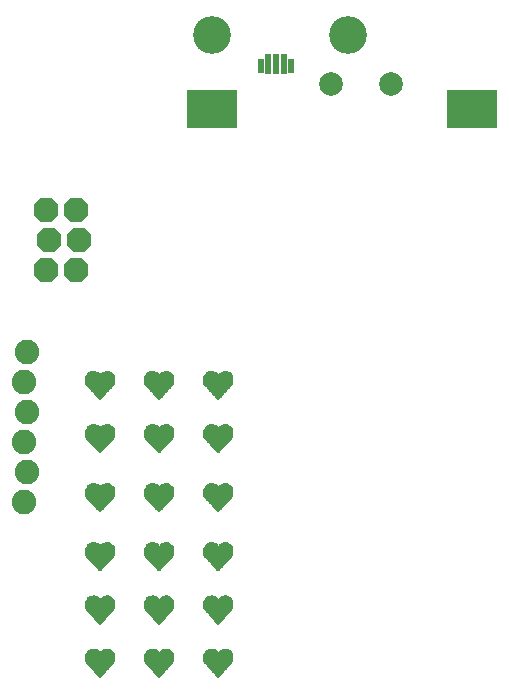
<source format=gbs>
G75*
%MOIN*%
%OFA0B0*%
%FSLAX24Y24*%
%IPPOS*%
%LPD*%
%AMOC8*
5,1,8,0,0,1.08239X$1,22.5*
%
%ADD10OC8,0.0820*%
%ADD11C,0.1261*%
%ADD12R,0.1261X0.1261*%
%ADD13R,0.1660X0.1260*%
%ADD14C,0.0050*%
%ADD15C,0.0269*%
%ADD16C,0.0820*%
%ADD17C,0.0789*%
%ADD18R,0.0218X0.0513*%
%ADD19R,0.0218X0.0671*%
D10*
X003313Y014671D03*
X004313Y014671D03*
X004413Y015671D03*
X003413Y015671D03*
X003313Y016671D03*
X004313Y016671D03*
D11*
X008861Y022506D03*
X013394Y022506D03*
D12*
X017325Y020026D03*
X017719Y020026D03*
X009031Y020026D03*
X008638Y020026D03*
D13*
X008838Y020026D03*
X017525Y020026D03*
D14*
X004653Y001669D02*
X004663Y001634D01*
X004679Y001601D01*
X004702Y001572D01*
X005122Y001117D01*
X005542Y001572D01*
X005564Y001601D01*
X005581Y001634D01*
X005591Y001669D01*
X005594Y001706D01*
X005594Y001799D01*
X005590Y001841D01*
X005577Y001881D01*
X005555Y001917D01*
X005535Y001944D01*
X005504Y001977D01*
X005466Y002002D01*
X005423Y002017D01*
X005378Y002022D01*
X005322Y002022D01*
X005279Y002018D01*
X005238Y002003D01*
X005201Y001981D01*
X005170Y001950D01*
X005146Y001914D01*
X005122Y001865D01*
X005098Y001914D01*
X005074Y001950D01*
X005043Y001981D01*
X005006Y002003D01*
X004965Y002018D01*
X004921Y002022D01*
X004879Y002022D01*
X004839Y002018D01*
X004800Y002006D01*
X004765Y001986D01*
X004735Y001959D01*
X004710Y001927D01*
X004678Y001872D01*
X004662Y001840D01*
X004653Y001806D01*
X004649Y001771D01*
X004649Y001706D01*
X004653Y001669D01*
X004652Y001678D02*
X005592Y001678D01*
X005594Y001727D02*
X004649Y001727D01*
X004650Y001775D02*
X005594Y001775D01*
X005592Y001824D02*
X004658Y001824D01*
X004678Y001872D02*
X005118Y001872D01*
X005126Y001872D02*
X005579Y001872D01*
X005552Y001921D02*
X005151Y001921D01*
X005093Y001921D02*
X004707Y001921D01*
X004746Y001969D02*
X005054Y001969D01*
X004962Y002018D02*
X004838Y002018D01*
X005190Y001969D02*
X005511Y001969D01*
X005417Y002018D02*
X005282Y002018D01*
X005579Y001630D02*
X004665Y001630D01*
X004695Y001581D02*
X005549Y001581D01*
X005506Y001533D02*
X004738Y001533D01*
X004783Y001484D02*
X005461Y001484D01*
X005416Y001436D02*
X004827Y001436D01*
X004872Y001387D02*
X005372Y001387D01*
X005327Y001339D02*
X004917Y001339D01*
X004962Y001290D02*
X005282Y001290D01*
X005237Y001242D02*
X005007Y001242D01*
X005051Y001193D02*
X005192Y001193D01*
X005148Y001145D02*
X005096Y001145D01*
X006631Y001634D02*
X006621Y001669D01*
X006618Y001706D01*
X006618Y001771D01*
X006621Y001806D01*
X006631Y001840D01*
X006646Y001872D01*
X006679Y001927D01*
X006703Y001959D01*
X006733Y001986D01*
X006769Y002006D01*
X006807Y002018D01*
X006848Y002022D01*
X006890Y002022D01*
X006933Y002018D01*
X006974Y002003D01*
X007011Y001981D01*
X007042Y001950D01*
X007066Y001914D01*
X007090Y001865D01*
X007115Y001914D01*
X007138Y001950D01*
X007169Y001981D01*
X007206Y002003D01*
X007248Y002018D01*
X007291Y002022D01*
X007346Y002022D01*
X007392Y002017D01*
X007434Y002002D01*
X007472Y001977D01*
X007504Y001944D01*
X007523Y001917D01*
X007545Y001881D01*
X007558Y001841D01*
X007563Y001799D01*
X007563Y001706D01*
X007559Y001669D01*
X007549Y001634D01*
X007533Y001601D01*
X007511Y001572D01*
X007090Y001117D01*
X006670Y001572D01*
X006648Y001601D01*
X006631Y001634D01*
X006634Y001630D02*
X007547Y001630D01*
X007560Y001678D02*
X006621Y001678D01*
X006618Y001727D02*
X007563Y001727D01*
X007563Y001775D02*
X006618Y001775D01*
X006626Y001824D02*
X007560Y001824D01*
X007548Y001872D02*
X007094Y001872D01*
X007087Y001872D02*
X006646Y001872D01*
X006675Y001921D02*
X007061Y001921D01*
X007119Y001921D02*
X007521Y001921D01*
X007479Y001969D02*
X007158Y001969D01*
X007250Y002018D02*
X007385Y002018D01*
X007023Y001969D02*
X006715Y001969D01*
X006806Y002018D02*
X006931Y002018D01*
X006663Y001581D02*
X007518Y001581D01*
X007474Y001533D02*
X006706Y001533D01*
X006751Y001484D02*
X007430Y001484D01*
X007385Y001436D02*
X006796Y001436D01*
X006841Y001387D02*
X007340Y001387D01*
X007295Y001339D02*
X006886Y001339D01*
X006930Y001290D02*
X007251Y001290D01*
X007206Y001242D02*
X006975Y001242D01*
X007020Y001193D02*
X007161Y001193D01*
X007116Y001145D02*
X007065Y001145D01*
X008600Y001634D02*
X008590Y001669D01*
X008586Y001706D01*
X008586Y001771D01*
X008590Y001806D01*
X008599Y001840D01*
X008615Y001872D01*
X008647Y001927D01*
X008672Y001959D01*
X008702Y001986D01*
X008737Y002006D01*
X008776Y002018D01*
X008816Y002022D01*
X008859Y002022D01*
X008902Y002018D01*
X008943Y002003D01*
X008980Y001981D01*
X009011Y001950D01*
X009035Y001914D01*
X009059Y001865D01*
X009083Y001914D01*
X009107Y001950D01*
X009138Y001981D01*
X009175Y002003D01*
X009216Y002018D01*
X009259Y002022D01*
X009315Y002022D01*
X009360Y002017D01*
X009403Y002002D01*
X009441Y001977D01*
X009472Y001944D01*
X009492Y001917D01*
X009514Y001881D01*
X009527Y001841D01*
X009531Y001799D01*
X009531Y001706D01*
X009528Y001669D01*
X009518Y001634D01*
X009501Y001601D01*
X009479Y001572D01*
X009059Y001117D01*
X008639Y001572D01*
X008616Y001601D01*
X008600Y001634D01*
X008602Y001630D02*
X009516Y001630D01*
X009529Y001678D02*
X008589Y001678D01*
X008586Y001727D02*
X009531Y001727D01*
X009531Y001775D02*
X008587Y001775D01*
X008595Y001824D02*
X009529Y001824D01*
X009516Y001872D02*
X009063Y001872D01*
X009055Y001872D02*
X008615Y001872D01*
X008644Y001921D02*
X009030Y001921D01*
X009088Y001921D02*
X009489Y001921D01*
X009448Y001969D02*
X009127Y001969D01*
X009219Y002018D02*
X009354Y002018D01*
X008991Y001969D02*
X008683Y001969D01*
X008775Y002018D02*
X008899Y002018D01*
X008632Y001581D02*
X009486Y001581D01*
X009443Y001533D02*
X008675Y001533D01*
X008720Y001484D02*
X009398Y001484D01*
X009353Y001436D02*
X008764Y001436D01*
X008809Y001387D02*
X009309Y001387D01*
X009264Y001339D02*
X008854Y001339D01*
X008899Y001290D02*
X009219Y001290D01*
X009174Y001242D02*
X008944Y001242D01*
X008988Y001193D02*
X009129Y001193D01*
X009085Y001145D02*
X009033Y001145D01*
X009059Y002889D02*
X009479Y003344D01*
X009501Y003373D01*
X009518Y003406D01*
X009528Y003441D01*
X009531Y003477D01*
X009531Y003571D01*
X009527Y003613D01*
X009514Y003653D01*
X009492Y003689D01*
X009472Y003715D01*
X009441Y003748D01*
X009403Y003773D01*
X009360Y003789D01*
X009315Y003794D01*
X009259Y003794D01*
X009216Y003789D01*
X009175Y003775D01*
X009138Y003752D01*
X009107Y003722D01*
X009083Y003685D01*
X009059Y003637D01*
X009035Y003685D01*
X009011Y003722D01*
X008980Y003752D01*
X008943Y003775D01*
X008902Y003789D01*
X008859Y003794D01*
X008816Y003794D01*
X008776Y003790D01*
X008737Y003778D01*
X008702Y003758D01*
X008672Y003731D01*
X008647Y003699D01*
X008615Y003644D01*
X008599Y003612D01*
X008590Y003578D01*
X008586Y003543D01*
X008586Y003477D01*
X008590Y003441D01*
X008600Y003406D01*
X008616Y003373D01*
X008639Y003344D01*
X009059Y002889D01*
X009057Y002891D02*
X009061Y002891D01*
X009106Y002939D02*
X009012Y002939D01*
X008967Y002988D02*
X009151Y002988D01*
X009195Y003036D02*
X008922Y003036D01*
X008878Y003085D02*
X009240Y003085D01*
X009285Y003133D02*
X008833Y003133D01*
X008788Y003182D02*
X009330Y003182D01*
X009374Y003230D02*
X008743Y003230D01*
X008699Y003279D02*
X009419Y003279D01*
X009464Y003327D02*
X008654Y003327D01*
X008615Y003376D02*
X009503Y003376D01*
X009523Y003424D02*
X008595Y003424D01*
X008587Y003473D02*
X009531Y003473D01*
X009531Y003521D02*
X008586Y003521D01*
X008589Y003570D02*
X009531Y003570D01*
X009525Y003618D02*
X008602Y003618D01*
X008628Y003667D02*
X009044Y003667D01*
X009074Y003667D02*
X009505Y003667D01*
X009472Y003715D02*
X009103Y003715D01*
X009157Y003764D02*
X009417Y003764D01*
X009015Y003715D02*
X008660Y003715D01*
X008713Y003764D02*
X008961Y003764D01*
X009059Y004660D02*
X009479Y005115D01*
X009501Y005145D01*
X009518Y005177D01*
X009528Y005213D01*
X009531Y005249D01*
X009531Y005343D01*
X009527Y005385D01*
X009514Y005425D01*
X009492Y005461D01*
X009472Y005487D01*
X009441Y005520D01*
X009403Y005545D01*
X009360Y005560D01*
X009315Y005566D01*
X009259Y005566D01*
X009216Y005561D01*
X009175Y005547D01*
X009138Y005524D01*
X009107Y005493D01*
X009083Y005457D01*
X009059Y005408D01*
X009035Y005457D01*
X009011Y005493D01*
X008980Y005524D01*
X008943Y005547D01*
X008902Y005561D01*
X008859Y005566D01*
X008816Y005566D01*
X008776Y005562D01*
X008737Y005549D01*
X008702Y005529D01*
X008672Y005503D01*
X008647Y005470D01*
X008615Y005416D01*
X008599Y005384D01*
X008590Y005350D01*
X008586Y005314D01*
X008586Y005249D01*
X008590Y005213D01*
X008600Y005177D01*
X008616Y005145D01*
X008639Y005115D01*
X009059Y004660D01*
X009036Y004685D02*
X009082Y004685D01*
X009127Y004734D02*
X008991Y004734D01*
X008946Y004782D02*
X009172Y004782D01*
X009216Y004831D02*
X008901Y004831D01*
X008857Y004879D02*
X009261Y004879D01*
X009306Y004928D02*
X008812Y004928D01*
X008767Y004976D02*
X009351Y004976D01*
X009396Y005025D02*
X008722Y005025D01*
X008678Y005073D02*
X009440Y005073D01*
X009484Y005122D02*
X008634Y005122D01*
X008603Y005170D02*
X009514Y005170D01*
X009529Y005219D02*
X008589Y005219D01*
X008586Y005267D02*
X009531Y005267D01*
X009531Y005316D02*
X008587Y005316D01*
X008594Y005364D02*
X009529Y005364D01*
X009517Y005413D02*
X009061Y005413D01*
X009057Y005413D02*
X008613Y005413D01*
X008642Y005461D02*
X009032Y005461D01*
X009086Y005461D02*
X009491Y005461D01*
X009451Y005510D02*
X009124Y005510D01*
X009209Y005558D02*
X009366Y005558D01*
X008994Y005510D02*
X008680Y005510D01*
X008766Y005558D02*
X008909Y005558D01*
X009059Y006629D02*
X009479Y007084D01*
X009501Y007113D01*
X009518Y007146D01*
X009528Y007181D01*
X009531Y007218D01*
X009531Y007311D01*
X009527Y007353D01*
X008599Y007353D01*
X008599Y007352D02*
X008615Y007384D01*
X008647Y007439D01*
X008672Y007471D01*
X008702Y007498D01*
X008737Y007518D01*
X008776Y007530D01*
X008816Y007534D01*
X008859Y007534D01*
X008902Y007529D01*
X008943Y007515D01*
X008980Y007492D01*
X009011Y007462D01*
X009035Y007425D01*
X009059Y007377D01*
X009083Y007425D01*
X009107Y007462D01*
X009138Y007492D01*
X009175Y007515D01*
X009216Y007529D01*
X009259Y007534D01*
X009315Y007534D01*
X009360Y007529D01*
X009403Y007513D01*
X009441Y007489D01*
X009472Y007456D01*
X009492Y007429D01*
X009514Y007393D01*
X009527Y007353D01*
X009531Y007304D02*
X008588Y007304D01*
X008590Y007318D02*
X008599Y007352D01*
X008590Y007318D02*
X008586Y007283D01*
X008586Y007218D01*
X008590Y007181D01*
X008600Y007146D01*
X008616Y007113D01*
X008639Y007084D01*
X009059Y006629D01*
X009017Y006674D02*
X009101Y006674D01*
X009145Y006722D02*
X008972Y006722D01*
X008928Y006771D02*
X009190Y006771D01*
X009235Y006819D02*
X008883Y006819D01*
X008838Y006868D02*
X009280Y006868D01*
X009324Y006916D02*
X008793Y006916D01*
X008749Y006965D02*
X009369Y006965D01*
X009414Y007013D02*
X008704Y007013D01*
X008659Y007062D02*
X009459Y007062D01*
X009499Y007110D02*
X008618Y007110D01*
X008596Y007159D02*
X009522Y007159D01*
X009530Y007207D02*
X008587Y007207D01*
X008586Y007256D02*
X009531Y007256D01*
X009509Y007401D02*
X009071Y007401D01*
X009047Y007401D02*
X008625Y007401D01*
X008656Y007450D02*
X009019Y007450D01*
X008970Y007498D02*
X008703Y007498D01*
X009099Y007450D02*
X009476Y007450D01*
X009426Y007498D02*
X009148Y007498D01*
X009059Y008597D02*
X009479Y009053D01*
X009501Y009082D01*
X009518Y009114D01*
X009528Y009150D01*
X009531Y009186D01*
X009531Y009280D01*
X009527Y009322D01*
X009514Y009362D01*
X009492Y009398D01*
X009472Y009424D01*
X009441Y009457D01*
X009403Y009482D01*
X009360Y009497D01*
X009315Y009503D01*
X009259Y009503D01*
X009216Y009498D01*
X009175Y009484D01*
X009138Y009461D01*
X009107Y009430D01*
X009083Y009394D01*
X009059Y009345D01*
X009035Y009394D01*
X009011Y009430D01*
X008980Y009461D01*
X008943Y009484D01*
X008902Y009498D01*
X008859Y009503D01*
X008816Y009503D01*
X008776Y009499D01*
X008737Y009486D01*
X008702Y009466D01*
X008672Y009440D01*
X008647Y009407D01*
X008615Y009353D01*
X008599Y009321D01*
X008590Y009287D01*
X008586Y009251D01*
X008586Y009186D01*
X008590Y009150D01*
X008600Y009114D01*
X008616Y009082D01*
X008639Y009053D01*
X009059Y008597D01*
X009074Y008614D02*
X009043Y008614D01*
X008999Y008662D02*
X009119Y008662D01*
X009164Y008711D02*
X008954Y008711D01*
X008909Y008759D02*
X009209Y008759D01*
X009253Y008808D02*
X008864Y008808D01*
X008820Y008856D02*
X009298Y008856D01*
X009343Y008905D02*
X008775Y008905D01*
X008730Y008953D02*
X009388Y008953D01*
X009432Y009002D02*
X008685Y009002D01*
X008641Y009050D02*
X009477Y009050D01*
X009510Y009099D02*
X008608Y009099D01*
X008590Y009147D02*
X009527Y009147D01*
X009531Y009196D02*
X008586Y009196D01*
X008586Y009244D02*
X009531Y009244D01*
X009530Y009293D02*
X008591Y009293D01*
X008609Y009341D02*
X009520Y009341D01*
X009497Y009390D02*
X009081Y009390D01*
X009037Y009390D02*
X008637Y009390D01*
X008671Y009438D02*
X009003Y009438D01*
X008934Y009487D02*
X008739Y009487D01*
X009115Y009438D02*
X009459Y009438D01*
X009389Y009487D02*
X009184Y009487D01*
X009059Y010369D02*
X009479Y010824D01*
X009501Y010853D01*
X009518Y010886D01*
X009528Y010921D01*
X009531Y010958D01*
X009531Y011051D01*
X009527Y011093D01*
X009514Y011133D01*
X009492Y011169D01*
X009472Y011196D01*
X009441Y011229D01*
X009403Y011254D01*
X009360Y011269D01*
X009315Y011274D01*
X009259Y011274D01*
X009216Y011270D01*
X009175Y011255D01*
X009138Y011233D01*
X009107Y011202D01*
X009083Y011166D01*
X009059Y011117D01*
X009035Y011166D01*
X009011Y011202D01*
X008980Y011233D01*
X008943Y011255D01*
X008902Y011270D01*
X008859Y011274D01*
X008816Y011274D01*
X008776Y011270D01*
X008737Y011258D01*
X008702Y011238D01*
X008672Y011211D01*
X008647Y011179D01*
X008615Y011124D01*
X008599Y011092D01*
X008590Y011058D01*
X008586Y011023D01*
X008586Y010958D01*
X008590Y010921D01*
X008600Y010886D01*
X008616Y010853D01*
X008639Y010824D01*
X009059Y010369D01*
X009022Y010408D02*
X009095Y010408D01*
X009140Y010457D02*
X008978Y010457D01*
X008933Y010505D02*
X009185Y010505D01*
X009230Y010554D02*
X008888Y010554D01*
X008843Y010602D02*
X009274Y010602D01*
X009319Y010651D02*
X008799Y010651D01*
X008754Y010699D02*
X009364Y010699D01*
X009409Y010748D02*
X008709Y010748D01*
X008664Y010796D02*
X009454Y010796D01*
X009495Y010845D02*
X008623Y010845D01*
X008598Y010893D02*
X009520Y010893D01*
X009530Y010942D02*
X008588Y010942D01*
X008586Y010990D02*
X009531Y010990D01*
X009531Y011039D02*
X008588Y011039D01*
X008598Y011087D02*
X009527Y011087D01*
X009512Y011136D02*
X009068Y011136D01*
X009049Y011136D02*
X008622Y011136D01*
X008651Y011184D02*
X009022Y011184D01*
X008979Y011233D02*
X008696Y011233D01*
X009095Y011184D02*
X009481Y011184D01*
X009434Y011233D02*
X009139Y011233D01*
X007563Y011051D02*
X007563Y010958D01*
X007559Y010921D01*
X007549Y010886D01*
X007533Y010853D01*
X007511Y010824D01*
X007090Y010369D01*
X006670Y010824D01*
X006648Y010853D01*
X006631Y010886D01*
X006621Y010921D01*
X006618Y010958D01*
X006618Y011023D01*
X006621Y011058D01*
X006631Y011092D01*
X006646Y011124D01*
X006679Y011179D01*
X006703Y011211D01*
X006733Y011238D01*
X006769Y011258D01*
X006807Y011270D01*
X006848Y011274D01*
X006890Y011274D01*
X006933Y011270D01*
X006974Y011255D01*
X007011Y011233D01*
X006728Y011233D01*
X006683Y011184D02*
X007054Y011184D01*
X007042Y011202D02*
X007066Y011166D01*
X007090Y011117D01*
X007115Y011166D01*
X007138Y011202D01*
X007169Y011233D01*
X007206Y011255D01*
X007248Y011270D01*
X007291Y011274D01*
X007346Y011274D01*
X007392Y011269D01*
X007434Y011254D01*
X007472Y011229D01*
X007504Y011196D01*
X007523Y011169D01*
X007545Y011133D01*
X007558Y011093D01*
X007563Y011051D01*
X007563Y011039D02*
X006619Y011039D01*
X006618Y010990D02*
X007563Y010990D01*
X007561Y010942D02*
X006619Y010942D01*
X006629Y010893D02*
X007551Y010893D01*
X007527Y010845D02*
X006654Y010845D01*
X006696Y010796D02*
X007485Y010796D01*
X007440Y010748D02*
X006741Y010748D01*
X006785Y010699D02*
X007396Y010699D01*
X007351Y010651D02*
X006830Y010651D01*
X006875Y010602D02*
X007306Y010602D01*
X007261Y010554D02*
X006920Y010554D01*
X006964Y010505D02*
X007216Y010505D01*
X007172Y010457D02*
X007009Y010457D01*
X007054Y010408D02*
X007127Y010408D01*
X007100Y011136D02*
X007543Y011136D01*
X007559Y011087D02*
X006629Y011087D01*
X006653Y011136D02*
X007081Y011136D01*
X007127Y011184D02*
X007512Y011184D01*
X007466Y011233D02*
X007170Y011233D01*
X007042Y011202D02*
X007011Y011233D01*
X005590Y011087D02*
X004661Y011087D01*
X004662Y011092D02*
X004678Y011124D01*
X004710Y011179D01*
X004735Y011211D01*
X004765Y011238D01*
X004800Y011258D01*
X004839Y011270D01*
X004879Y011274D01*
X004921Y011274D01*
X004965Y011270D01*
X005006Y011255D01*
X005043Y011233D01*
X005074Y011202D01*
X005098Y011166D01*
X005122Y011117D01*
X005146Y011166D01*
X005170Y011202D01*
X005201Y011233D01*
X005238Y011255D01*
X005279Y011270D01*
X005322Y011274D01*
X005378Y011274D01*
X005423Y011269D01*
X005466Y011254D01*
X005504Y011229D01*
X005535Y011196D01*
X005555Y011169D01*
X005577Y011133D01*
X005590Y011093D01*
X005594Y011051D01*
X005594Y010958D01*
X005591Y010921D01*
X005581Y010886D01*
X005564Y010853D01*
X005542Y010824D01*
X005122Y010369D01*
X004702Y010824D01*
X004679Y010853D01*
X004663Y010886D01*
X004653Y010921D01*
X004649Y010958D01*
X004649Y011023D01*
X004653Y011058D01*
X004662Y011092D01*
X004684Y011136D02*
X005112Y011136D01*
X005131Y011136D02*
X005575Y011136D01*
X005544Y011184D02*
X005158Y011184D01*
X005202Y011233D02*
X005497Y011233D01*
X005594Y011039D02*
X004651Y011039D01*
X004649Y010990D02*
X005594Y010990D01*
X005593Y010942D02*
X004651Y010942D01*
X004661Y010893D02*
X005583Y010893D01*
X005558Y010845D02*
X004686Y010845D01*
X004727Y010796D02*
X005517Y010796D01*
X005472Y010748D02*
X004772Y010748D01*
X004817Y010699D02*
X005427Y010699D01*
X005382Y010651D02*
X004862Y010651D01*
X004906Y010602D02*
X005337Y010602D01*
X005293Y010554D02*
X004951Y010554D01*
X004996Y010505D02*
X005248Y010505D01*
X005203Y010457D02*
X005041Y010457D01*
X005085Y010408D02*
X005158Y010408D01*
X005085Y011184D02*
X004714Y011184D01*
X004759Y011233D02*
X005042Y011233D01*
X004921Y009503D02*
X004965Y009498D01*
X005006Y009484D01*
X005043Y009461D01*
X005074Y009430D01*
X005098Y009394D01*
X005122Y009345D01*
X005146Y009394D01*
X005170Y009430D01*
X005201Y009461D01*
X005238Y009484D01*
X005279Y009498D01*
X005322Y009503D01*
X005378Y009503D01*
X005423Y009497D01*
X005466Y009482D01*
X005504Y009457D01*
X005535Y009424D01*
X005555Y009398D01*
X005577Y009362D01*
X005590Y009322D01*
X005594Y009280D01*
X005594Y009186D01*
X005591Y009150D01*
X005581Y009114D01*
X005564Y009082D01*
X005542Y009053D01*
X005122Y008597D01*
X004702Y009053D01*
X004679Y009082D01*
X004663Y009114D01*
X004653Y009150D01*
X004649Y009186D01*
X004649Y009251D01*
X004653Y009287D01*
X004662Y009321D01*
X004678Y009353D01*
X004710Y009407D01*
X004735Y009440D01*
X004765Y009466D01*
X004800Y009486D01*
X004839Y009499D01*
X004879Y009503D01*
X004921Y009503D01*
X004997Y009487D02*
X004802Y009487D01*
X004734Y009438D02*
X005066Y009438D01*
X005100Y009390D02*
X004700Y009390D01*
X004672Y009341D02*
X005583Y009341D01*
X005593Y009293D02*
X004654Y009293D01*
X004649Y009244D02*
X005594Y009244D01*
X005594Y009196D02*
X004649Y009196D01*
X004653Y009147D02*
X005590Y009147D01*
X005573Y009099D02*
X004671Y009099D01*
X004704Y009050D02*
X005540Y009050D01*
X005495Y009002D02*
X004748Y009002D01*
X004793Y008953D02*
X005451Y008953D01*
X005406Y008905D02*
X004838Y008905D01*
X004883Y008856D02*
X005361Y008856D01*
X005316Y008808D02*
X004927Y008808D01*
X004972Y008759D02*
X005272Y008759D01*
X005227Y008711D02*
X005017Y008711D01*
X005062Y008662D02*
X005182Y008662D01*
X005137Y008614D02*
X005106Y008614D01*
X005144Y009390D02*
X005560Y009390D01*
X005522Y009438D02*
X005178Y009438D01*
X005247Y009487D02*
X005452Y009487D01*
X006621Y009287D02*
X006618Y009251D01*
X006618Y009186D01*
X006621Y009150D01*
X006631Y009114D01*
X006648Y009082D01*
X006670Y009053D01*
X007090Y008597D01*
X007511Y009053D01*
X007533Y009082D01*
X007549Y009114D01*
X007559Y009150D01*
X007563Y009186D01*
X007563Y009280D01*
X007558Y009322D01*
X007545Y009362D01*
X007523Y009398D01*
X007504Y009424D01*
X007472Y009457D01*
X007434Y009482D01*
X007392Y009497D01*
X007346Y009503D01*
X007291Y009503D01*
X007248Y009498D01*
X007206Y009484D01*
X007169Y009461D01*
X007138Y009430D01*
X007115Y009394D01*
X007090Y009345D01*
X007066Y009394D01*
X007042Y009430D01*
X007011Y009461D01*
X006974Y009484D01*
X006933Y009498D01*
X006890Y009503D01*
X006848Y009503D01*
X006807Y009499D01*
X006769Y009486D01*
X006733Y009466D01*
X006703Y009440D01*
X006679Y009407D01*
X006646Y009353D01*
X006631Y009321D01*
X006621Y009287D01*
X006623Y009293D02*
X007561Y009293D01*
X007563Y009244D02*
X006618Y009244D01*
X006618Y009196D02*
X007563Y009196D01*
X007559Y009147D02*
X006622Y009147D01*
X006639Y009099D02*
X007542Y009099D01*
X007509Y009050D02*
X006672Y009050D01*
X006717Y009002D02*
X007464Y009002D01*
X007419Y008953D02*
X006762Y008953D01*
X006806Y008905D02*
X007374Y008905D01*
X007330Y008856D02*
X006851Y008856D01*
X006896Y008808D02*
X007285Y008808D01*
X007240Y008759D02*
X006941Y008759D01*
X006985Y008711D02*
X007195Y008711D01*
X007151Y008662D02*
X007030Y008662D01*
X007075Y008614D02*
X007106Y008614D01*
X007113Y009390D02*
X007528Y009390D01*
X007552Y009341D02*
X006641Y009341D01*
X006668Y009390D02*
X007068Y009390D01*
X007034Y009438D02*
X006702Y009438D01*
X006771Y009487D02*
X006965Y009487D01*
X007147Y009438D02*
X007490Y009438D01*
X007421Y009487D02*
X007216Y009487D01*
X007291Y007534D02*
X007248Y007529D01*
X007206Y007515D01*
X007169Y007492D01*
X007138Y007462D01*
X007115Y007425D01*
X007090Y007377D01*
X007066Y007425D01*
X007042Y007462D01*
X007011Y007492D01*
X006974Y007515D01*
X006933Y007529D01*
X006890Y007534D01*
X006848Y007534D01*
X006807Y007530D01*
X006769Y007518D01*
X006733Y007498D01*
X006703Y007471D01*
X006679Y007439D01*
X006646Y007384D01*
X006631Y007352D01*
X006621Y007318D01*
X006618Y007283D01*
X006618Y007218D01*
X006621Y007181D01*
X006631Y007146D01*
X006648Y007113D01*
X006670Y007084D01*
X007090Y006629D01*
X007511Y007084D01*
X007533Y007113D01*
X007549Y007146D01*
X007559Y007181D01*
X007563Y007218D01*
X007563Y007311D01*
X007558Y007353D01*
X007545Y007393D01*
X007523Y007429D01*
X007504Y007456D01*
X007472Y007489D01*
X007434Y007513D01*
X007392Y007529D01*
X007346Y007534D01*
X007291Y007534D01*
X007179Y007498D02*
X007457Y007498D01*
X007508Y007450D02*
X007131Y007450D01*
X007103Y007401D02*
X007540Y007401D01*
X007558Y007353D02*
X006631Y007353D01*
X006620Y007304D02*
X007563Y007304D01*
X007563Y007256D02*
X006618Y007256D01*
X006619Y007207D02*
X007562Y007207D01*
X007553Y007159D02*
X006628Y007159D01*
X006650Y007110D02*
X007531Y007110D01*
X007490Y007062D02*
X006691Y007062D01*
X006735Y007013D02*
X007446Y007013D01*
X007401Y006965D02*
X006780Y006965D01*
X006825Y006916D02*
X007356Y006916D01*
X007311Y006868D02*
X006870Y006868D01*
X006914Y006819D02*
X007266Y006819D01*
X007222Y006771D02*
X006959Y006771D01*
X007004Y006722D02*
X007177Y006722D01*
X007132Y006674D02*
X007049Y006674D01*
X007078Y007401D02*
X006656Y007401D01*
X006687Y007450D02*
X007050Y007450D01*
X007002Y007498D02*
X006735Y007498D01*
X005590Y007353D02*
X005594Y007311D01*
X005594Y007218D01*
X005591Y007181D01*
X005581Y007146D01*
X005564Y007113D01*
X005542Y007084D01*
X005122Y006629D01*
X004702Y007084D01*
X004679Y007113D01*
X004663Y007146D01*
X004653Y007181D01*
X004649Y007218D01*
X004649Y007283D01*
X004653Y007318D01*
X004662Y007352D01*
X004678Y007384D01*
X004710Y007439D01*
X004735Y007471D01*
X004765Y007498D01*
X004800Y007518D01*
X004839Y007530D01*
X004879Y007534D01*
X004921Y007534D01*
X004965Y007529D01*
X005006Y007515D01*
X005043Y007492D01*
X005074Y007462D01*
X005098Y007425D01*
X005122Y007377D01*
X005146Y007425D01*
X005170Y007462D01*
X005201Y007492D01*
X005238Y007515D01*
X005279Y007529D01*
X005322Y007534D01*
X005378Y007534D01*
X005423Y007529D01*
X005466Y007513D01*
X005504Y007489D01*
X005535Y007456D01*
X005555Y007429D01*
X005577Y007393D01*
X005590Y007353D01*
X004662Y007353D01*
X004651Y007304D02*
X005594Y007304D01*
X005594Y007256D02*
X004649Y007256D01*
X004650Y007207D02*
X005593Y007207D01*
X005585Y007159D02*
X004659Y007159D01*
X004681Y007110D02*
X005562Y007110D01*
X005522Y007062D02*
X004722Y007062D01*
X004767Y007013D02*
X005477Y007013D01*
X005432Y006965D02*
X004812Y006965D01*
X004856Y006916D02*
X005387Y006916D01*
X005343Y006868D02*
X004901Y006868D01*
X004946Y006819D02*
X005298Y006819D01*
X005253Y006771D02*
X004991Y006771D01*
X005035Y006722D02*
X005208Y006722D01*
X005164Y006674D02*
X005080Y006674D01*
X005110Y007401D02*
X004688Y007401D01*
X004719Y007450D02*
X005082Y007450D01*
X005033Y007498D02*
X004766Y007498D01*
X005134Y007401D02*
X005572Y007401D01*
X005539Y007450D02*
X005162Y007450D01*
X005211Y007498D02*
X005489Y007498D01*
X005378Y005566D02*
X005423Y005560D01*
X005466Y005545D01*
X005504Y005520D01*
X005535Y005487D01*
X005555Y005461D01*
X005577Y005425D01*
X005590Y005385D01*
X005594Y005343D01*
X005594Y005249D01*
X005591Y005213D01*
X005581Y005177D01*
X005564Y005145D01*
X005542Y005115D01*
X005122Y004660D01*
X004702Y005115D01*
X004679Y005145D01*
X004663Y005177D01*
X004653Y005213D01*
X004649Y005249D01*
X004649Y005314D01*
X004653Y005350D01*
X004662Y005384D01*
X004678Y005416D01*
X004710Y005470D01*
X004735Y005503D01*
X004765Y005529D01*
X004800Y005549D01*
X004839Y005562D01*
X004879Y005566D01*
X004921Y005566D01*
X004965Y005561D01*
X005006Y005547D01*
X005043Y005524D01*
X005074Y005493D01*
X005098Y005457D01*
X005122Y005408D01*
X005146Y005457D01*
X005170Y005493D01*
X005201Y005524D01*
X005238Y005547D01*
X005279Y005561D01*
X005322Y005566D01*
X005378Y005566D01*
X005429Y005558D02*
X005272Y005558D01*
X005187Y005510D02*
X005514Y005510D01*
X005554Y005461D02*
X005149Y005461D01*
X005124Y005413D02*
X005580Y005413D01*
X005592Y005364D02*
X004657Y005364D01*
X004650Y005316D02*
X005594Y005316D01*
X005594Y005267D02*
X004649Y005267D01*
X004652Y005219D02*
X005592Y005219D01*
X005577Y005170D02*
X004666Y005170D01*
X004697Y005122D02*
X005547Y005122D01*
X005503Y005073D02*
X004740Y005073D01*
X004785Y005025D02*
X005459Y005025D01*
X005414Y004976D02*
X004830Y004976D01*
X004875Y004928D02*
X005369Y004928D01*
X005324Y004879D02*
X004920Y004879D01*
X004964Y004831D02*
X005279Y004831D01*
X005235Y004782D02*
X005009Y004782D01*
X005054Y004734D02*
X005190Y004734D01*
X005145Y004685D02*
X005099Y004685D01*
X005120Y005413D02*
X004676Y005413D01*
X004705Y005461D02*
X005095Y005461D01*
X005057Y005510D02*
X004743Y005510D01*
X004829Y005558D02*
X004972Y005558D01*
X006621Y005350D02*
X006631Y005384D01*
X006646Y005416D01*
X006679Y005470D01*
X006703Y005503D01*
X006733Y005529D01*
X006769Y005549D01*
X006807Y005562D01*
X006848Y005566D01*
X006890Y005566D01*
X006933Y005561D01*
X006974Y005547D01*
X007011Y005524D01*
X007042Y005493D01*
X007066Y005457D01*
X007090Y005408D01*
X007115Y005457D01*
X007138Y005493D01*
X007169Y005524D01*
X007206Y005547D01*
X007248Y005561D01*
X007291Y005566D01*
X007346Y005566D01*
X007392Y005560D01*
X007434Y005545D01*
X007472Y005520D01*
X007504Y005487D01*
X007523Y005461D01*
X007118Y005461D01*
X007093Y005413D02*
X007549Y005413D01*
X007545Y005425D02*
X007558Y005385D01*
X007563Y005343D01*
X007563Y005249D01*
X007559Y005213D01*
X007549Y005177D01*
X007533Y005145D01*
X007511Y005115D01*
X007090Y004660D01*
X006670Y005115D01*
X006648Y005145D01*
X006631Y005177D01*
X006621Y005213D01*
X006618Y005249D01*
X006618Y005314D01*
X006621Y005350D01*
X006625Y005364D02*
X007560Y005364D01*
X007563Y005316D02*
X006618Y005316D01*
X006618Y005267D02*
X007563Y005267D01*
X007560Y005219D02*
X006621Y005219D01*
X006635Y005170D02*
X007546Y005170D01*
X007516Y005122D02*
X006665Y005122D01*
X006709Y005073D02*
X007472Y005073D01*
X007427Y005025D02*
X006754Y005025D01*
X006799Y004976D02*
X007382Y004976D01*
X007337Y004928D02*
X006843Y004928D01*
X006888Y004879D02*
X007293Y004879D01*
X007248Y004831D02*
X006933Y004831D01*
X006978Y004782D02*
X007203Y004782D01*
X007158Y004734D02*
X007022Y004734D01*
X007067Y004685D02*
X007114Y004685D01*
X007088Y005413D02*
X006645Y005413D01*
X006673Y005461D02*
X007063Y005461D01*
X007026Y005510D02*
X006711Y005510D01*
X006797Y005558D02*
X006941Y005558D01*
X007155Y005510D02*
X007482Y005510D01*
X007523Y005461D02*
X007545Y005425D01*
X007397Y005558D02*
X007240Y005558D01*
X007291Y003794D02*
X007248Y003789D01*
X007206Y003775D01*
X007169Y003752D01*
X007138Y003722D01*
X007115Y003685D01*
X007090Y003637D01*
X007066Y003685D01*
X007042Y003722D01*
X007011Y003752D01*
X006974Y003775D01*
X006933Y003789D01*
X006890Y003794D01*
X006848Y003794D01*
X006807Y003790D01*
X006769Y003778D01*
X006733Y003758D01*
X006703Y003731D01*
X006679Y003699D01*
X006646Y003644D01*
X006631Y003612D01*
X006621Y003578D01*
X006618Y003543D01*
X006618Y003477D01*
X006621Y003441D01*
X006631Y003406D01*
X006648Y003373D01*
X006670Y003344D01*
X007090Y002889D01*
X007511Y003344D01*
X007533Y003373D01*
X007549Y003406D01*
X007559Y003441D01*
X007563Y003477D01*
X007563Y003571D01*
X007558Y003613D01*
X007545Y003653D01*
X007523Y003689D01*
X007504Y003715D01*
X007472Y003748D01*
X007434Y003773D01*
X007392Y003789D01*
X007346Y003794D01*
X007291Y003794D01*
X007188Y003764D02*
X007449Y003764D01*
X007504Y003715D02*
X007134Y003715D01*
X007106Y003667D02*
X007537Y003667D01*
X007556Y003618D02*
X006634Y003618D01*
X006620Y003570D02*
X007563Y003570D01*
X007563Y003521D02*
X006618Y003521D01*
X006618Y003473D02*
X007562Y003473D01*
X007555Y003424D02*
X006626Y003424D01*
X006646Y003376D02*
X007534Y003376D01*
X007495Y003327D02*
X006685Y003327D01*
X006730Y003279D02*
X007451Y003279D01*
X007406Y003230D02*
X006775Y003230D01*
X006820Y003182D02*
X007361Y003182D01*
X007316Y003133D02*
X006864Y003133D01*
X006909Y003085D02*
X007272Y003085D01*
X007227Y003036D02*
X006954Y003036D01*
X006999Y002988D02*
X007182Y002988D01*
X007137Y002939D02*
X007043Y002939D01*
X007088Y002891D02*
X007093Y002891D01*
X007075Y003667D02*
X006660Y003667D01*
X006691Y003715D02*
X007047Y003715D01*
X006992Y003764D02*
X006744Y003764D01*
X005590Y003613D02*
X005594Y003571D01*
X005594Y003477D01*
X005591Y003441D01*
X005581Y003406D01*
X005564Y003373D01*
X005542Y003344D01*
X005122Y002889D01*
X004702Y003344D01*
X004679Y003373D01*
X004663Y003406D01*
X004653Y003441D01*
X004649Y003477D01*
X004649Y003543D01*
X004653Y003578D01*
X004662Y003612D01*
X004678Y003644D01*
X004710Y003699D01*
X004735Y003731D01*
X004765Y003758D01*
X004800Y003778D01*
X004839Y003790D01*
X004879Y003794D01*
X004921Y003794D01*
X004965Y003789D01*
X005006Y003775D01*
X005043Y003752D01*
X005074Y003722D01*
X005098Y003685D01*
X005122Y003637D01*
X005146Y003685D01*
X005170Y003722D01*
X005201Y003752D01*
X005238Y003775D01*
X005279Y003789D01*
X005322Y003794D01*
X005378Y003794D01*
X005423Y003789D01*
X005466Y003773D01*
X005504Y003748D01*
X005535Y003715D01*
X005555Y003689D01*
X005577Y003653D01*
X005590Y003613D01*
X005588Y003618D02*
X004665Y003618D01*
X004652Y003570D02*
X005594Y003570D01*
X005594Y003521D02*
X004649Y003521D01*
X004650Y003473D02*
X005594Y003473D01*
X005586Y003424D02*
X004658Y003424D01*
X004678Y003376D02*
X005566Y003376D01*
X005527Y003327D02*
X004717Y003327D01*
X004762Y003279D02*
X005482Y003279D01*
X005437Y003230D02*
X004806Y003230D01*
X004851Y003182D02*
X005393Y003182D01*
X005348Y003133D02*
X004896Y003133D01*
X004941Y003085D02*
X005303Y003085D01*
X005258Y003036D02*
X004985Y003036D01*
X005030Y002988D02*
X005214Y002988D01*
X005169Y002939D02*
X005075Y002939D01*
X005120Y002891D02*
X005124Y002891D01*
X005137Y003667D02*
X005568Y003667D01*
X005535Y003715D02*
X005166Y003715D01*
X005220Y003764D02*
X005480Y003764D01*
X005107Y003667D02*
X004691Y003667D01*
X004723Y003715D02*
X005078Y003715D01*
X005024Y003764D02*
X004776Y003764D01*
D15*
X005118Y003326D02*
X005126Y003326D01*
X005126Y003318D01*
X005118Y003318D01*
X005118Y003326D01*
X005118Y001554D02*
X005126Y001554D01*
X005126Y001546D01*
X005118Y001546D01*
X005118Y001554D01*
X007086Y001554D02*
X007094Y001554D01*
X007094Y001546D01*
X007086Y001546D01*
X007086Y001554D01*
X007086Y003326D02*
X007094Y003326D01*
X007094Y003318D01*
X007086Y003318D01*
X007086Y003326D01*
X007086Y005097D02*
X007094Y005097D01*
X007094Y005089D01*
X007086Y005089D01*
X007086Y005097D01*
X005126Y005097D02*
X005118Y005097D01*
X005126Y005097D02*
X005126Y005089D01*
X005118Y005089D01*
X005118Y005097D01*
X005118Y007066D02*
X005126Y007066D01*
X005126Y007058D01*
X005118Y007058D01*
X005118Y007066D01*
X007086Y007066D02*
X007094Y007066D01*
X007094Y007058D01*
X007086Y007058D01*
X007086Y007066D01*
X009055Y007066D02*
X009063Y007066D01*
X009063Y007058D01*
X009055Y007058D01*
X009055Y007066D01*
X009055Y005097D02*
X009063Y005097D01*
X009063Y005089D01*
X009055Y005089D01*
X009055Y005097D01*
X009055Y003326D02*
X009063Y003326D01*
X009063Y003318D01*
X009055Y003318D01*
X009055Y003326D01*
X009055Y001554D02*
X009063Y001554D01*
X009063Y001546D01*
X009055Y001546D01*
X009055Y001554D01*
X009055Y009034D02*
X009063Y009034D01*
X009063Y009026D01*
X009055Y009026D01*
X009055Y009034D01*
X009055Y010806D02*
X009063Y010806D01*
X009063Y010798D01*
X009055Y010798D01*
X009055Y010806D01*
X007094Y010806D02*
X007086Y010806D01*
X007094Y010806D02*
X007094Y010798D01*
X007086Y010798D01*
X007086Y010806D01*
X007086Y009034D02*
X007094Y009034D01*
X007094Y009026D01*
X007086Y009026D01*
X007086Y009034D01*
X005126Y009034D02*
X005118Y009034D01*
X005126Y009034D02*
X005126Y009026D01*
X005118Y009026D01*
X005118Y009034D01*
X005118Y010806D02*
X005126Y010806D01*
X005126Y010798D01*
X005118Y010798D01*
X005118Y010806D01*
D16*
X002602Y010944D03*
X002702Y011944D03*
X002702Y009944D03*
X002602Y008944D03*
X002702Y007944D03*
X002602Y006944D03*
D17*
X012829Y020869D03*
X014813Y020869D03*
D18*
X011501Y021473D03*
X010477Y021473D03*
D19*
X010733Y021552D03*
X010989Y021552D03*
X011245Y021552D03*
M02*

</source>
